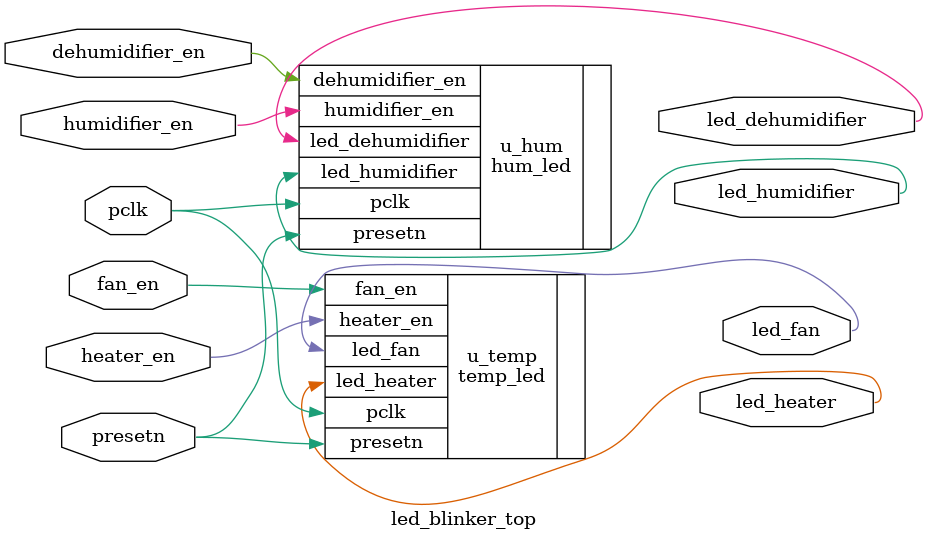
<source format=sv>
module led_blinker_top (
  input  logic   pclk,
  input  logic   presetn,
  input  logic   dehumidifier_en,
  input  logic   humidifier_en,
  input  logic   fan_en,
  input  logic   heater_en,
                 
  output logic   led_humidifier,
  output logic   led_dehumidifier,
  output logic   led_fan,
  output logic   led_heater
);

  hum_led u_hum (
    .pclk             ( pclk             ),
    .presetn          ( presetn          ),
    .dehumidifier_en  ( dehumidifier_en  ),
    .humidifier_en    ( humidifier_en    ),
    
    .led_humidifier   ( led_humidifier   ),
    .led_dehumidifier ( led_dehumidifier )
  );

  temp_led u_temp (
    .pclk       ( pclk       ),
    .presetn    ( presetn    ),
    .fan_en     ( fan_en     ),
    .heater_en  ( heater_en  ),
    
    .led_fan    ( led_fan    ),
    .led_heater ( led_heater )
  );

endmodule
</source>
